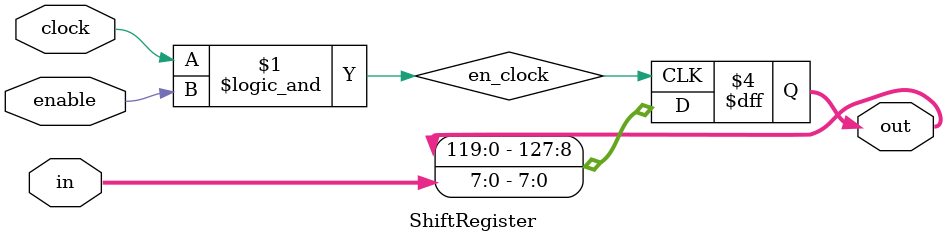
<source format=v>
module ShiftRegister(clock, enable, in, out);
	input clock;
	input enable;
	input wire[7:0] in;
	output reg[127:0] out;
	
	wire en_clock;
	assign en_clock = clock && enable;

	always @(posedge en_clock) begin
		out = out << 8;
		out[7:0] = in;
	end


endmodule 
</source>
